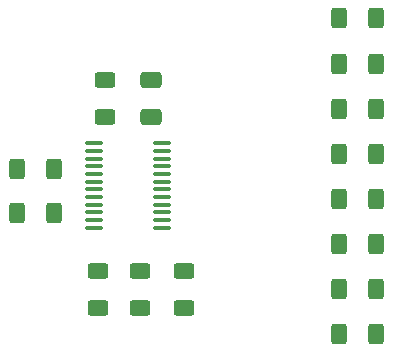
<source format=gbr>
%TF.GenerationSoftware,KiCad,Pcbnew,9.0.6*%
%TF.CreationDate,2026-01-26T18:49:08-03:00*%
%TF.ProjectId,evasion_sensor,65766173-696f-46e5-9f73-656e736f722e,rev?*%
%TF.SameCoordinates,Original*%
%TF.FileFunction,Paste,Top*%
%TF.FilePolarity,Positive*%
%FSLAX46Y46*%
G04 Gerber Fmt 4.6, Leading zero omitted, Abs format (unit mm)*
G04 Created by KiCad (PCBNEW 9.0.6) date 2026-01-26 18:49:08*
%MOMM*%
%LPD*%
G01*
G04 APERTURE LIST*
G04 Aperture macros list*
%AMRoundRect*
0 Rectangle with rounded corners*
0 $1 Rounding radius*
0 $2 $3 $4 $5 $6 $7 $8 $9 X,Y pos of 4 corners*
0 Add a 4 corners polygon primitive as box body*
4,1,4,$2,$3,$4,$5,$6,$7,$8,$9,$2,$3,0*
0 Add four circle primitives for the rounded corners*
1,1,$1+$1,$2,$3*
1,1,$1+$1,$4,$5*
1,1,$1+$1,$6,$7*
1,1,$1+$1,$8,$9*
0 Add four rect primitives between the rounded corners*
20,1,$1+$1,$2,$3,$4,$5,0*
20,1,$1+$1,$4,$5,$6,$7,0*
20,1,$1+$1,$6,$7,$8,$9,0*
20,1,$1+$1,$8,$9,$2,$3,0*%
G04 Aperture macros list end*
%ADD10RoundRect,0.250000X0.400000X0.625000X-0.400000X0.625000X-0.400000X-0.625000X0.400000X-0.625000X0*%
%ADD11RoundRect,0.100000X0.637500X0.100000X-0.637500X0.100000X-0.637500X-0.100000X0.637500X-0.100000X0*%
%ADD12RoundRect,0.250000X-0.625000X0.400000X-0.625000X-0.400000X0.625000X-0.400000X0.625000X0.400000X0*%
%ADD13RoundRect,0.250000X-0.400000X-0.625000X0.400000X-0.625000X0.400000X0.625000X-0.400000X0.625000X0*%
%ADD14RoundRect,0.250000X-0.650000X0.412500X-0.650000X-0.412500X0.650000X-0.412500X0.650000X0.412500X0*%
G04 APERTURE END LIST*
D10*
%TO.C,R10*%
X210340000Y-70910000D03*
X207240000Y-70910000D03*
%TD*%
%TO.C,R8*%
X210340000Y-63270000D03*
X207240000Y-63270000D03*
%TD*%
%TO.C,R11*%
X210340000Y-74730000D03*
X207240000Y-74730000D03*
%TD*%
D11*
%TO.C,U1*%
X192220000Y-77170000D03*
X192220000Y-76520000D03*
X192220000Y-75870000D03*
X192220000Y-75220000D03*
X192220000Y-74570000D03*
X192220000Y-73920000D03*
X192220000Y-73270000D03*
X192220000Y-72620000D03*
X192220000Y-71970000D03*
X192220000Y-71320000D03*
X192220000Y-70670000D03*
X192220000Y-70020000D03*
X186495000Y-70020000D03*
X186495000Y-70670000D03*
X186495000Y-71320000D03*
X186495000Y-71970000D03*
X186495000Y-72620000D03*
X186495000Y-73270000D03*
X186495000Y-73920000D03*
X186495000Y-74570000D03*
X186495000Y-75220000D03*
X186495000Y-75870000D03*
X186495000Y-76520000D03*
X186495000Y-77170000D03*
%TD*%
D12*
%TO.C,R4*%
X186780000Y-80850000D03*
X186780000Y-83950000D03*
%TD*%
%TO.C,R6*%
X190410000Y-80850000D03*
X190410000Y-83950000D03*
%TD*%
D10*
%TO.C,R13*%
X210340000Y-82370000D03*
X207240000Y-82370000D03*
%TD*%
%TO.C,R9*%
X210340000Y-67090000D03*
X207240000Y-67090000D03*
%TD*%
%TO.C,R12*%
X210340000Y-78550000D03*
X207240000Y-78550000D03*
%TD*%
D13*
%TO.C,R1*%
X179960000Y-72160000D03*
X183060000Y-72160000D03*
%TD*%
D14*
%TO.C,C1*%
X191270000Y-64687500D03*
X191270000Y-67812500D03*
%TD*%
D12*
%TO.C,R5*%
X194090000Y-80870000D03*
X194090000Y-83970000D03*
%TD*%
D10*
%TO.C,R7*%
X210340000Y-59450000D03*
X207240000Y-59450000D03*
%TD*%
D12*
%TO.C,R3*%
X187410000Y-64670000D03*
X187410000Y-67770000D03*
%TD*%
D13*
%TO.C,R2*%
X179960000Y-75950000D03*
X183060000Y-75950000D03*
%TD*%
D10*
%TO.C,R14*%
X210340000Y-86190000D03*
X207240000Y-86190000D03*
%TD*%
M02*

</source>
